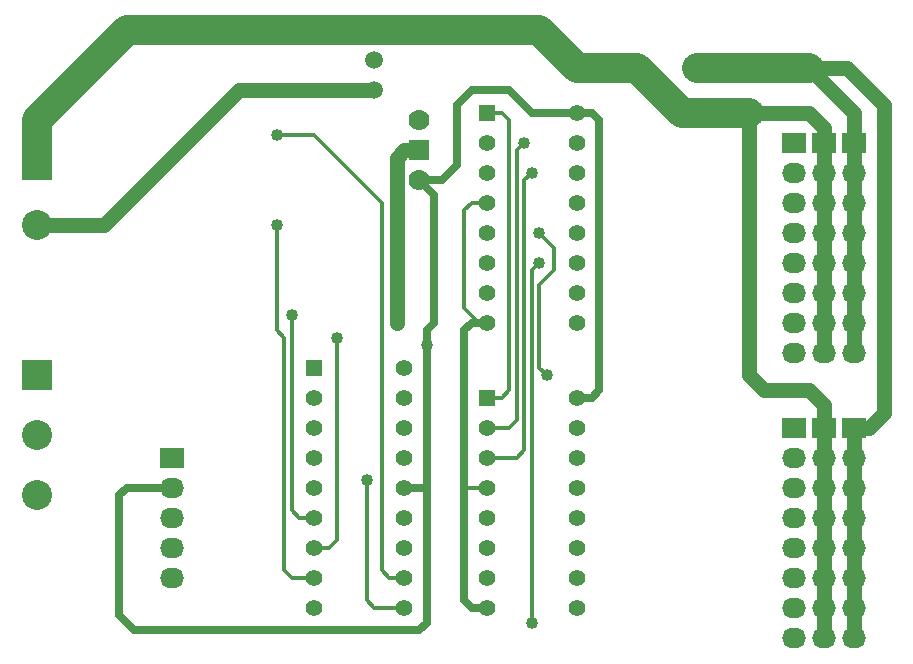
<source format=gbl>
G04 #@! TF.FileFunction,Copper,L2,Bot,Signal*
%FSLAX46Y46*%
G04 Gerber Fmt 4.6, Leading zero omitted, Abs format (unit mm)*
G04 Created by KiCad (PCBNEW (2015-04-09 BZR 5589)-product) date Sunday, April 12, 2015 'PMt' 01:39:24 PM*
%MOMM*%
G01*
G04 APERTURE LIST*
%ADD10C,0.150000*%
%ADD11C,1.501140*%
%ADD12R,2.032000X1.727200*%
%ADD13O,2.032000X1.727200*%
%ADD14R,2.540000X2.540000*%
%ADD15C,2.540000*%
%ADD16R,1.397000X1.397000*%
%ADD17C,1.397000*%
%ADD18C,1.778000*%
%ADD19R,1.778000X1.778000*%
%ADD20C,1.016000*%
%ADD21C,1.270000*%
%ADD22C,0.304800*%
%ADD23C,0.635000*%
%ADD24C,2.540000*%
G04 APERTURE END LIST*
D10*
D11*
X174625000Y-100330000D03*
X169545000Y-100330000D03*
X147320000Y-102235000D03*
X147320000Y-99695000D03*
D12*
X182880000Y-106680000D03*
D13*
X182880000Y-109220000D03*
X182880000Y-111760000D03*
X182880000Y-114300000D03*
X182880000Y-116840000D03*
X182880000Y-119380000D03*
X182880000Y-121920000D03*
X182880000Y-124460000D03*
D12*
X187960000Y-106680000D03*
D13*
X187960000Y-109220000D03*
X187960000Y-111760000D03*
X187960000Y-114300000D03*
X187960000Y-116840000D03*
X187960000Y-119380000D03*
X187960000Y-121920000D03*
X187960000Y-124460000D03*
D12*
X185420000Y-106680000D03*
D13*
X185420000Y-109220000D03*
X185420000Y-111760000D03*
X185420000Y-114300000D03*
X185420000Y-116840000D03*
X185420000Y-119380000D03*
X185420000Y-121920000D03*
X185420000Y-124460000D03*
D12*
X182880000Y-130810000D03*
D13*
X182880000Y-133350000D03*
X182880000Y-135890000D03*
X182880000Y-138430000D03*
X182880000Y-140970000D03*
X182880000Y-143510000D03*
X182880000Y-146050000D03*
X182880000Y-148590000D03*
D12*
X187960000Y-130810000D03*
D13*
X187960000Y-133350000D03*
X187960000Y-135890000D03*
X187960000Y-138430000D03*
X187960000Y-140970000D03*
X187960000Y-143510000D03*
X187960000Y-146050000D03*
X187960000Y-148590000D03*
D12*
X185420000Y-130810000D03*
D13*
X185420000Y-133350000D03*
X185420000Y-135890000D03*
X185420000Y-138430000D03*
X185420000Y-140970000D03*
X185420000Y-143510000D03*
X185420000Y-146050000D03*
X185420000Y-148590000D03*
D12*
X130175000Y-133350000D03*
D13*
X130175000Y-135890000D03*
X130175000Y-138430000D03*
X130175000Y-140970000D03*
X130175000Y-143510000D03*
D14*
X118745000Y-126365000D03*
D15*
X118745000Y-131445000D03*
X118745000Y-136525000D03*
D14*
X118745000Y-108585000D03*
D15*
X118745000Y-113665000D03*
D16*
X142240000Y-125730000D03*
D17*
X142240000Y-128270000D03*
X142240000Y-130810000D03*
X142240000Y-133350000D03*
X142240000Y-135890000D03*
X142240000Y-138430000D03*
X142240000Y-140970000D03*
X142240000Y-143510000D03*
X142240000Y-146050000D03*
X149860000Y-146050000D03*
X149860000Y-143510000D03*
X149860000Y-140970000D03*
X149860000Y-138430000D03*
X149860000Y-135890000D03*
X149860000Y-133350000D03*
X149860000Y-130810000D03*
X149860000Y-128270000D03*
X149860000Y-125730000D03*
D16*
X156845000Y-104140000D03*
D17*
X156845000Y-106680000D03*
X156845000Y-109220000D03*
X156845000Y-111760000D03*
X156845000Y-114300000D03*
X156845000Y-116840000D03*
X156845000Y-119380000D03*
X156845000Y-121920000D03*
X164465000Y-121920000D03*
X164465000Y-119380000D03*
X164465000Y-116840000D03*
X164465000Y-114300000D03*
X164465000Y-111760000D03*
X164465000Y-109220000D03*
X164465000Y-106680000D03*
X164465000Y-104140000D03*
D16*
X156845000Y-128270000D03*
D17*
X156845000Y-130810000D03*
X156845000Y-133350000D03*
X156845000Y-135890000D03*
X156845000Y-138430000D03*
X156845000Y-140970000D03*
X156845000Y-143510000D03*
X156845000Y-146050000D03*
X164465000Y-146050000D03*
X164465000Y-143510000D03*
X164465000Y-140970000D03*
X164465000Y-138430000D03*
X164465000Y-135890000D03*
X164465000Y-133350000D03*
X164465000Y-130810000D03*
X164465000Y-128270000D03*
D18*
X151130000Y-104775000D03*
D19*
X151130000Y-107315000D03*
D18*
X151130000Y-109855000D03*
D20*
X149225000Y-121920000D03*
X151765000Y-123825000D03*
X139065000Y-106045000D03*
X139065000Y-113665000D03*
X140335000Y-121285000D03*
X144145000Y-123190000D03*
X146685000Y-135255000D03*
X160655000Y-109220000D03*
X161925000Y-126365000D03*
X161290000Y-114300000D03*
X160655000Y-147320000D03*
X161290000Y-116840000D03*
X160020000Y-106680000D03*
D21*
X151130000Y-107315000D02*
X149860000Y-107315000D01*
X149225000Y-107950000D02*
X149225000Y-121920000D01*
X149860000Y-107315000D02*
X149225000Y-107950000D01*
D22*
X156845000Y-135890000D02*
X154940000Y-135890000D01*
X156845000Y-121920000D02*
X156210000Y-121920000D01*
X156210000Y-121920000D02*
X154940000Y-120650000D01*
X155575000Y-111760000D02*
X156845000Y-111760000D01*
X154940000Y-112395000D02*
X155575000Y-111760000D01*
X154940000Y-120650000D02*
X154940000Y-112395000D01*
D21*
X187960000Y-148590000D02*
X187960000Y-146050000D01*
X187960000Y-146050000D02*
X187960000Y-143510000D01*
X187960000Y-143510000D02*
X187960000Y-140970000D01*
X187960000Y-140970000D02*
X187960000Y-138430000D01*
X187960000Y-138430000D02*
X187960000Y-135890000D01*
X187960000Y-135890000D02*
X187960000Y-133350000D01*
X187960000Y-133350000D02*
X187960000Y-130810000D01*
X187960000Y-124460000D02*
X187960000Y-121920000D01*
X187960000Y-121920000D02*
X187960000Y-119380000D01*
X187960000Y-119380000D02*
X187960000Y-116840000D01*
X187960000Y-116840000D02*
X187960000Y-114300000D01*
X187960000Y-114300000D02*
X187960000Y-111760000D01*
X187960000Y-111760000D02*
X187960000Y-109220000D01*
X187960000Y-109220000D02*
X187960000Y-106680000D01*
X135890000Y-102235000D02*
X124460000Y-113665000D01*
X124460000Y-113665000D02*
X118745000Y-113665000D01*
X147320000Y-102235000D02*
X135890000Y-102235000D01*
D23*
X155575000Y-146050000D02*
X154940000Y-145415000D01*
X154940000Y-145415000D02*
X154940000Y-135890000D01*
X154940000Y-135890000D02*
X154940000Y-122555000D01*
X155575000Y-121920000D02*
X156845000Y-121920000D01*
X154940000Y-122555000D02*
X155575000Y-121920000D01*
X156845000Y-146050000D02*
X155575000Y-146050000D01*
D24*
X184150000Y-100330000D02*
X174625000Y-100330000D01*
D21*
X187960000Y-104140000D02*
X184150000Y-100330000D01*
X187960000Y-106680000D02*
X187960000Y-104140000D01*
X189230000Y-130810000D02*
X190500000Y-129540000D01*
X190500000Y-129540000D02*
X190500000Y-103505000D01*
X190500000Y-103505000D02*
X187325000Y-100330000D01*
X187325000Y-100330000D02*
X184150000Y-100330000D01*
X187960000Y-130810000D02*
X189230000Y-130810000D01*
X185420000Y-148590000D02*
X185420000Y-146050000D01*
X185420000Y-146050000D02*
X185420000Y-143510000D01*
X185420000Y-143510000D02*
X185420000Y-140970000D01*
X185420000Y-140970000D02*
X185420000Y-138430000D01*
X185420000Y-138430000D02*
X185420000Y-135890000D01*
X185420000Y-135890000D02*
X185420000Y-133350000D01*
X185420000Y-133350000D02*
X185420000Y-130810000D01*
X185420000Y-124460000D02*
X185420000Y-121920000D01*
X185420000Y-121920000D02*
X185420000Y-119380000D01*
X185420000Y-119380000D02*
X185420000Y-116840000D01*
X185420000Y-116840000D02*
X185420000Y-114300000D01*
X185420000Y-114300000D02*
X185420000Y-111760000D01*
X185420000Y-111760000D02*
X185420000Y-109220000D01*
X185420000Y-109220000D02*
X185420000Y-106680000D01*
D24*
X179070000Y-104140000D02*
X173355000Y-104140000D01*
X173355000Y-104140000D02*
X169545000Y-100330000D01*
D21*
X184150000Y-104140000D02*
X179070000Y-104140000D01*
X185420000Y-105410000D02*
X184150000Y-104140000D01*
X185420000Y-106680000D02*
X185420000Y-105410000D01*
X179070000Y-104775000D02*
X179070000Y-104140000D01*
X179070000Y-104140000D02*
X179070000Y-104775000D01*
X185420000Y-128905000D02*
X184150000Y-127635000D01*
X184150000Y-127635000D02*
X180340000Y-127635000D01*
X180340000Y-127635000D02*
X179070000Y-126365000D01*
X179070000Y-126365000D02*
X179070000Y-104140000D01*
X185420000Y-130810000D02*
X185420000Y-128905000D01*
D24*
X164465000Y-100330000D02*
X161290000Y-97155000D01*
X161290000Y-97155000D02*
X126365000Y-97155000D01*
X126365000Y-97155000D02*
X118745000Y-104775000D01*
X118745000Y-104775000D02*
X118745000Y-108585000D01*
X169545000Y-100330000D02*
X164465000Y-100330000D01*
D23*
X151130000Y-135890000D02*
X151765000Y-135890000D01*
X151765000Y-135255000D02*
X151765000Y-135890000D01*
X151765000Y-135255000D02*
X151765000Y-123825000D01*
X151765000Y-135890000D02*
X151765000Y-147320000D01*
X151765000Y-147320000D02*
X151130000Y-147955000D01*
X151130000Y-147955000D02*
X127000000Y-147955000D01*
X127000000Y-147955000D02*
X125730000Y-146685000D01*
X125730000Y-146685000D02*
X125730000Y-136525000D01*
X125730000Y-136525000D02*
X126365000Y-135890000D01*
X126365000Y-135890000D02*
X130175000Y-135890000D01*
X165735000Y-128270000D02*
X166370000Y-127635000D01*
X166370000Y-127635000D02*
X166370000Y-104775000D01*
X166370000Y-104775000D02*
X165735000Y-104140000D01*
X165735000Y-104140000D02*
X164465000Y-104140000D01*
X164465000Y-128270000D02*
X165735000Y-128270000D01*
X160655000Y-104140000D02*
X158750000Y-102235000D01*
X158750000Y-102235000D02*
X155575000Y-102235000D01*
X155575000Y-102235000D02*
X154305000Y-103505000D01*
X154305000Y-103505000D02*
X154305000Y-108585000D01*
X154305000Y-108585000D02*
X153035000Y-109855000D01*
X153035000Y-109855000D02*
X151130000Y-109855000D01*
X164465000Y-104140000D02*
X160655000Y-104140000D01*
X151765000Y-123825000D02*
X151765000Y-122555000D01*
X152400000Y-111125000D02*
X151130000Y-109855000D01*
X152400000Y-121920000D02*
X152400000Y-111125000D01*
X151765000Y-122555000D02*
X152400000Y-121920000D01*
X149860000Y-135890000D02*
X151130000Y-135890000D01*
D22*
X148590000Y-143510000D02*
X147955000Y-142875000D01*
X147955000Y-142875000D02*
X147955000Y-111760000D01*
X147955000Y-111760000D02*
X142240000Y-106045000D01*
X142240000Y-106045000D02*
X139065000Y-106045000D01*
X149860000Y-143510000D02*
X148590000Y-143510000D01*
X140335000Y-143510000D02*
X139700000Y-142875000D01*
X139700000Y-142875000D02*
X139700000Y-123190000D01*
X139700000Y-123190000D02*
X139065000Y-122555000D01*
X139065000Y-122555000D02*
X139065000Y-113665000D01*
X142240000Y-143510000D02*
X140335000Y-143510000D01*
X140970000Y-138430000D02*
X140335000Y-137795000D01*
X140335000Y-137795000D02*
X140335000Y-121285000D01*
X142240000Y-138430000D02*
X140970000Y-138430000D01*
X144145000Y-123190000D02*
X144145000Y-124460000D01*
X144145000Y-124460000D02*
X144145000Y-140335000D01*
X144145000Y-140335000D02*
X143510000Y-140970000D01*
X143510000Y-140970000D02*
X142240000Y-140970000D01*
X146685000Y-135255000D02*
X146685000Y-145415000D01*
X146685000Y-145415000D02*
X147320000Y-146050000D01*
X147320000Y-146050000D02*
X149860000Y-146050000D01*
X159385000Y-133350000D02*
X160020000Y-132715000D01*
X160020000Y-132715000D02*
X160020000Y-109855000D01*
X160020000Y-109855000D02*
X160655000Y-109220000D01*
X156845000Y-133350000D02*
X159385000Y-133350000D01*
X161290000Y-125730000D02*
X161925000Y-126365000D01*
X161290000Y-118745000D02*
X161290000Y-125730000D01*
X162560000Y-117475000D02*
X161290000Y-118745000D01*
X162560000Y-115570000D02*
X162560000Y-117475000D01*
X161290000Y-114300000D02*
X162560000Y-115570000D01*
X160655000Y-117475000D02*
X160655000Y-147320000D01*
X161290000Y-116840000D02*
X160655000Y-117475000D01*
X158115000Y-128270000D02*
X158750000Y-127635000D01*
X158750000Y-127635000D02*
X158750000Y-104775000D01*
X158750000Y-104775000D02*
X158115000Y-104140000D01*
X158115000Y-104140000D02*
X156845000Y-104140000D01*
X156845000Y-128270000D02*
X158115000Y-128270000D01*
X158750000Y-130810000D02*
X159385000Y-130175000D01*
X159385000Y-130175000D02*
X159385000Y-107315000D01*
X159385000Y-107315000D02*
X160020000Y-106680000D01*
X156845000Y-130810000D02*
X158750000Y-130810000D01*
M02*

</source>
